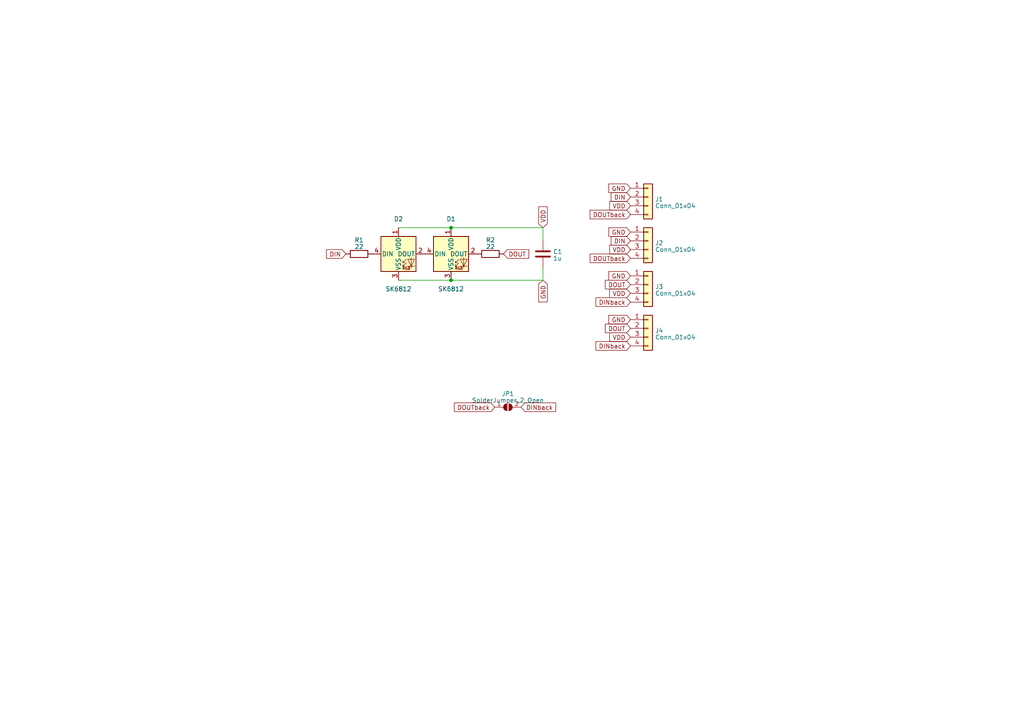
<source format=kicad_sch>
(kicad_sch (version 20230121) (generator eeschema)
  (paper "A4")
  (lib_symbols
    (symbol "Connector_Generic:Conn_01x04" (pin_names (offset 1.016) hide)
      (property "Reference" "J" (at 0 5.08 0))
      (property "Value" "Conn_01x04" (at 0 -7.62 0))
      (symbol "Conn_01x04_1_1"
        (rectangle (start -1.27 -4.953) (end 0 -5.207) (stroke (width 0.1524)))
        (rectangle (start -1.27 -2.413) (end 0 -2.667) (stroke (width 0.1524)))
        (rectangle (start -1.27 0.127) (end 0 -0.127) (stroke (width 0.1524)))
        (rectangle (start -1.27 2.667) (end 0 2.413) (stroke (width 0.1524)))
        (rectangle (start -1.27 3.81) (end 1.27 -6.35) (stroke (width 0.254)) (fill (type background)))
        (pin passive line (at -5.08 2.54 0) (length 3.81) (name "Pin_1") (number "1"))
        (pin passive line (at -5.08 0 0) (length 3.81) (name "Pin_2") (number "2"))
        (pin passive line (at -5.08 -2.54 0) (length 3.81) (name "Pin_3") (number "3"))
        (pin passive line (at -5.08 -5.08 0) (length 3.81) (name "Pin_4") (number "4"))
      )
    )
    (symbol "Device:C" (pin_numbers hide) (pin_names (offset 0.254))
      (property "Reference" "C" (at 0.635 2.54 0))
      (property "Value" "C" (at 0.635 -2.54 0))
      (symbol "C_0_1"
        (polyline (pts (xy -2.032 -0.762) (xy 2.032 -0.762)) (stroke (width 0.508)))
        (polyline (pts (xy -2.032 0.762) (xy 2.032 0.762)) (stroke (width 0.508)))
      )
      (symbol "C_1_1"
        (pin passive line (at 0 3.81 270) (length 2.794) (name "~") (number "1"))
        (pin passive line (at 0 -3.81 90) (length 2.794) (name "~") (number "2"))
      )
    )
    (symbol "Device:R" (pin_numbers hide) (pin_names (offset 0))
      (property "Reference" "R" (at 2.032 0 90))
      (property "Value" "R" (at 0 0 90))
      (symbol "R_0_1"
        (rectangle (start -1.016 -2.54) (end 1.016 2.54) (stroke (width 0.254)))
      )
      (symbol "R_1_1"
        (pin passive line (at 0 3.81 270) (length 1.27) (name "~") (number "1"))
        (pin passive line (at 0 -3.81 90) (length 1.27) (name "~") (number "2"))
      )
    )
    (symbol "Jumper:SolderJumper_2_Open" (pin_names (offset 0) hide)
      (property "Reference" "JP" (at 0 2.032 0))
      (property "Value" "SolderJumper_2_Open" (at 0 -2.54 0))
      (symbol "SolderJumper_2_Open_0_1"
        (arc (start -0.254 1.016) (mid -1.2656 0) (end -0.254 -1.016))
        (arc (start -0.254 1.016) (mid -1.2656 0) (end -0.254 -1.016) (fill (type outline)))
        (polyline (pts (xy -0.254 1.016) (xy -0.254 -1.016)))
        (polyline (pts (xy 0.254 1.016) (xy 0.254 -1.016)))
        (arc (start 0.254 -1.016) (mid 1.2656 0) (end 0.254 1.016))
        (arc (start 0.254 -1.016) (mid 1.2656 0) (end 0.254 1.016) (fill (type outline)))
      )
      (symbol "SolderJumper_2_Open_1_1"
        (pin passive line (at -3.81 0 0) (length 2.54) (name "A") (number "1"))
        (pin passive line (at 3.81 0 180) (length 2.54) (name "B") (number "2"))
      )
    )
    (symbol "LED:WS2812B" (pin_names (offset 0.254))
      (property "Reference" "D" (at 5.08 5.715 0))
      (property "Value" "WS2812B" (at 1.27 -5.715 0))
      (symbol "WS2812B_0_0"
        (text "RGB" (at 2.286 -4.191 0) (effects (font (size 0.762 0.762))))
      )
      (symbol "WS2812B_0_1"
        (polyline (pts (xy 1.27 -3.556) (xy 1.778 -3.556)))
        (polyline (pts (xy 1.27 -2.54) (xy 1.778 -2.54)))
        (polyline (pts (xy 4.699 -3.556) (xy 2.667 -3.556)))
        (polyline (pts (xy 2.286 -2.54) (xy 1.27 -3.556) (xy 1.27 -3.048)))
        (polyline (pts (xy 2.286 -1.524) (xy 1.27 -2.54) (xy 1.27 -2.032)))
        (polyline (pts (xy 3.683 -1.016) (xy 3.683 -3.556) (xy 3.683 -4.064)))
        (polyline (pts (xy 4.699 -1.524) (xy 2.667 -1.524) (xy 3.683 -3.556) (xy 4.699 -1.524)))
        (rectangle (start 5.08 5.08) (end -5.08 -5.08) (stroke (width 0.254)) (fill (type background)))
      )
      (symbol "WS2812B_1_1"
        (pin power_in line (at 0 7.62 270) (length 2.54) (name "VDD") (number "1"))
        (pin output line (at 7.62 0 180) (length 2.54) (name "DOUT") (number "2"))
        (pin power_in line (at 0 -7.62 90) (length 2.54) (name "VSS") (number "3"))
        (pin input line (at -7.62 0 0) (length 2.54) (name "DIN") (number "4"))
      )
    )
  )
  (junction (at 130.81 66.04))
  (junction (at 130.81 81.28))
  (wire (pts (xy 130.81 81.28) (xy 157.48 81.28)))
  (wire (pts (xy 115.57 81.28) (xy 130.81 81.28)))
  (wire (pts (xy 157.48 81.28) (xy 157.48 77.47)))
  (wire (pts (xy 115.57 66.04) (xy 130.81 66.04)))
  (wire (pts (xy 130.81 66.04) (xy 157.48 66.04)))
  (wire (pts (xy 157.48 66.04) (xy 157.48 69.85)))
  (global_label "DOUT" (shape input) (at 146.05 73.66 0) (property "Intersheetrefs" "${INTERSHEET_REFS}" (effects hide)))
  (global_label "DOUT" (shape input) (at 182.88 95.25 180) (property "Intersheetrefs" "${INTERSHEET_REFS}" (effects hide)))
  (global_label "DOUTback" (shape input) (at 143.51 118.11 180) (property "Intersheetrefs" "${INTERSHEET_REFS}" (effects hide)))
  (global_label "DINback" (shape input) (at 151.13 118.11 0) (property "Intersheetrefs" "${INTERSHEET_REFS}" (effects hide)))
  (global_label "DINback" (shape input) (at 182.88 87.63 180) (property "Intersheetrefs" "${INTERSHEET_REFS}" (effects hide)))
  (global_label "GND" (shape input) (at 182.88 54.61 180) (property "Intersheetrefs" "${INTERSHEET_REFS}" (effects hide)))
  (global_label "DOUTback" (shape input) (at 182.88 74.93 180) (property "Intersheetrefs" "${INTERSHEET_REFS}" (effects hide)))
  (global_label "GND" (shape input) (at 182.88 92.71 180) (property "Intersheetrefs" "${INTERSHEET_REFS}" (effects hide)))
  (global_label "DOUTback" (shape input) (at 182.88 62.23 180) (property "Intersheetrefs" "${INTERSHEET_REFS}" (effects hide)))
  (global_label "DIN" (shape input) (at 182.88 69.85 180) (property "Intersheetrefs" "${INTERSHEET_REFS}" (effects hide)))
  (global_label "VDD" (shape input) (at 182.88 85.09 180) (property "Intersheetrefs" "${INTERSHEET_REFS}" (effects hide)))
  (global_label "GND" (shape input) (at 157.48 81.28 270) (property "Intersheetrefs" "${INTERSHEET_REFS}" (effects hide)))
  (global_label "DOUT" (shape input) (at 182.88 82.55 180) (property "Intersheetrefs" "${INTERSHEET_REFS}" (effects hide)))
  (global_label "DINback" (shape input) (at 182.88 100.33 180) (property "Intersheetrefs" "${INTERSHEET_REFS}" (effects hide)))
  (global_label "GND" (shape input) (at 182.88 67.31 180) (property "Intersheetrefs" "${INTERSHEET_REFS}" (effects hide)))
  (global_label "VDD" (shape input) (at 182.88 97.79 180) (property "Intersheetrefs" "${INTERSHEET_REFS}" (effects hide)))
  (global_label "DIN" (shape input) (at 100.33 73.66 180) (property "Intersheetrefs" "${INTERSHEET_REFS}" (effects hide)))
  (global_label "VDD" (shape input) (at 182.88 59.69 180) (property "Intersheetrefs" "${INTERSHEET_REFS}" (effects hide)))
  (global_label "VDD" (shape input) (at 157.48 66.04 90) (property "Intersheetrefs" "${INTERSHEET_REFS}" (effects hide)))
  (global_label "VDD" (shape input) (at 182.88 72.39 180) (property "Intersheetrefs" "${INTERSHEET_REFS}" (effects hide)))
  (global_label "DIN" (shape input) (at 182.88 57.15 180) (property "Intersheetrefs" "${INTERSHEET_REFS}" (effects hide)))
  (global_label "GND" (shape input) (at 182.88 80.01 180) (property "Intersheetrefs" "${INTERSHEET_REFS}" (effects hide)))
  (symbol (lib_id "Connector_Generic:Conn_01x04") (at 187.96 69.85 0) (unit 1)
    (property "Reference" "J2" (at 189.992 70.4763 0) (effects (justify left)))
    (property "Value" "Conn_01x04" (at 189.992 72.3973 0) (effects (justify left)))
    (property "Footprint" "Connector_PinHeader_2.54mm:PinHeader_1x04_P2.54mm_Vertical" (effects hide))
  )
  (symbol (lib_id "Jumper:SolderJumper_2_Open") (at 147.32 118.11 0) (unit 1)
    (property "Reference" "JP1" (at 147.32 114.2111 0))
    (property "Value" "SolderJumper_2_Open" (at 147.32 116.1321 0))
    (property "Footprint" "Jumper:SolderJumper-2_P1.3mm_Open_RoundedPad1.0x1.5mm" (effects hide))
  )
  (symbol (lib_id "Device:C") (at 157.48 73.66 0) (unit 1)
    (property "Reference" "C1" (at 160.401 73.0163 0) (effects (justify left)))
    (property "Value" "1u" (at 160.401 74.9373 0) (effects (justify left)))
    (property "Footprint" "Capacitor_SMD:C_0805_2012Metric_Pad1.18x1.45mm_HandSolder" (effects hide))
  )
  (symbol (lib_id "Device:R") (at 104.14 73.66 270) (unit 1)
    (property "Reference" "R1" (at 104.14 69.6341 90))
    (property "Value" "22" (at 104.14 71.5551 90))
    (property "Footprint" "Resistor_SMD:R_0805_2012Metric_Pad1.20x1.40mm_HandSolder" (effects hide))
  )
  (symbol (lib_id "LED:WS2812B") (at 115.57 73.66 0) (unit 1)
    (property "Reference" "D2" (at 115.57 63.5 0))
    (property "Value" "SK6812" (at 115.57 83.82 0))
    (property "Footprint" "LED_SMD:LED_WS2812B_PLCC4_5.0x5.0mm_P3.2mm" (effects hide))
    (property "Datasheet" "https://cdn-shop.adafruit.com/datasheets/WS2812B.pdf" (effects hide))
  )
  (symbol (lib_id "Connector_Generic:Conn_01x04") (at 187.96 95.25 0) (unit 1)
    (property "Reference" "J4" (at 189.992 95.8763 0) (effects (justify left)))
    (property "Value" "Conn_01x04" (at 189.992 97.7973 0) (effects (justify left)))
    (property "Footprint" "Connector_PinHeader_2.54mm:PinHeader_1x04_P2.54mm_Vertical" (effects hide))
  )
  (symbol (lib_id "Connector_Generic:Conn_01x04") (at 187.96 57.15 0) (unit 1)
    (property "Reference" "J1" (at 189.992 57.7763 0) (effects (justify left)))
    (property "Value" "Conn_01x04" (at 189.992 59.6973 0) (effects (justify left)))
    (property "Footprint" "Connector_PinHeader_2.54mm:PinHeader_1x04_P2.54mm_Vertical" (effects hide))
  )
  (symbol (lib_id "LED:WS2812B") (at 130.81 73.66 0) (unit 1)
    (property "Reference" "D1" (at 130.81 63.5 0))
    (property "Value" "SK6812" (at 130.81 83.82 0))
    (property "Footprint" "LED_SMD:LED_WS2812B_PLCC4_5.0x5.0mm_P3.2mm" (effects hide))
    (property "Datasheet" "https://cdn-shop.adafruit.com/datasheets/WS2812B.pdf" (effects hide))
  )
  (symbol (lib_id "Device:R") (at 142.24 73.66 90) (unit 1)
    (property "Reference" "R2" (at 142.24 69.6341 90))
    (property "Value" "22" (at 142.24 71.5551 90))
    (property "Footprint" "Resistor_SMD:R_0805_2012Metric_Pad1.20x1.40mm_HandSolder" (effects hide))
  )
  (symbol (lib_id "Connector_Generic:Conn_01x04") (at 187.96 82.55 0) (unit 1)
    (property "Reference" "J3" (at 189.992 83.1763 0) (effects (justify left)))
    (property "Value" "Conn_01x04" (at 189.992 85.0973 0) (effects (justify left)))
    (property "Footprint" "Connector_PinHeader_2.54mm:PinHeader_1x04_P2.54mm_Vertical" (effects hide))
  )
)
</source>
